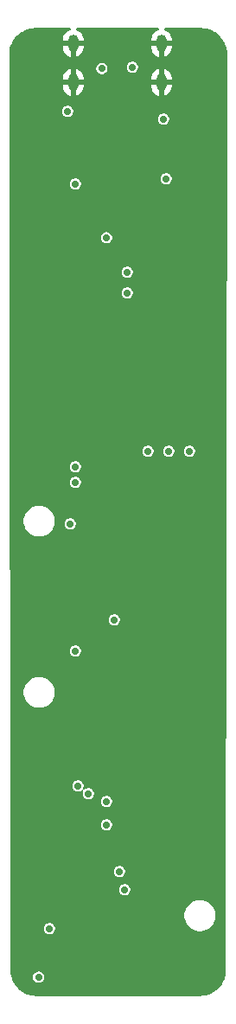
<source format=gbr>
%TF.GenerationSoftware,KiCad,Pcbnew,9.0.3*%
%TF.CreationDate,2025-09-26T00:40:55-04:00*%
%TF.ProjectId,Photon,50686f74-6f6e-42e6-9b69-6361645f7063,1.3*%
%TF.SameCoordinates,Original*%
%TF.FileFunction,Copper,L2,Inr*%
%TF.FilePolarity,Positive*%
%FSLAX46Y46*%
G04 Gerber Fmt 4.6, Leading zero omitted, Abs format (unit mm)*
G04 Created by KiCad (PCBNEW 9.0.3) date 2025-09-26 00:40:55*
%MOMM*%
%LPD*%
G01*
G04 APERTURE LIST*
%TA.AperFunction,HeatsinkPad*%
%ADD10O,1.000000X1.700000*%
%TD*%
%TA.AperFunction,ViaPad*%
%ADD11C,0.700000*%
%TD*%
G04 APERTURE END LIST*
D10*
%TO.N,GND*%
%TO.C,J1*%
X57198800Y-25860000D03*
X57198800Y-22060000D03*
X48558800Y-25860000D03*
X48558800Y-22060000D03*
%TD*%
D11*
%TO.N,GND*%
X46736000Y-81534000D03*
X55626000Y-24526000D03*
X52324000Y-67056000D03*
X61976000Y-56642000D03*
X43434000Y-23114000D03*
X59182000Y-29464000D03*
X56896000Y-74676000D03*
X57658000Y-32004000D03*
X50128800Y-24526000D03*
X43434000Y-24892000D03*
X54864000Y-70104000D03*
X59436000Y-87376000D03*
X52578000Y-64770000D03*
X55372000Y-42863000D03*
X60960000Y-81026000D03*
X57057000Y-112268000D03*
X44196000Y-55880000D03*
X50292000Y-81534000D03*
X46228000Y-55880000D03*
X59944000Y-103886000D03*
X59182000Y-32004000D03*
X43942000Y-64770000D03*
X45466000Y-28956000D03*
%TO.N,PACK+*%
X48006000Y-28702000D03*
X57658000Y-35306000D03*
X50038000Y-95504000D03*
X48768000Y-63500000D03*
%TO.N,+3V3*%
X55880000Y-61976000D03*
X48768000Y-65024000D03*
X57912000Y-61976000D03*
X53848000Y-46482000D03*
X59944000Y-61976000D03*
X48260000Y-69088000D03*
X45149000Y-113475000D03*
X51816000Y-96266000D03*
X51816000Y-98552000D03*
X52578000Y-78486000D03*
X53848000Y-44450000D03*
X48768000Y-81534000D03*
%TO.N,5V*%
X48768000Y-35814000D03*
X51358800Y-24526000D03*
X54356000Y-24384000D03*
X57404000Y-29464000D03*
X51816000Y-41085000D03*
%TO.N,/BAT_SAF_OUT*%
X46228000Y-108712000D03*
%TO.N,/VM*%
X53086000Y-103124000D03*
X53594000Y-104902000D03*
%TO.N,/Bat+*%
X49022000Y-94742000D03*
%TD*%
%TA.AperFunction,Conductor*%
%TO.N,GND*%
G36*
X48266809Y-20585408D02*
G01*
X48302773Y-20634908D01*
X48302773Y-20696094D01*
X48266809Y-20745594D01*
X48246503Y-20756965D01*
X48085126Y-20823808D01*
X48085114Y-20823814D01*
X47921337Y-20933249D01*
X47921333Y-20933252D01*
X47782052Y-21072533D01*
X47782049Y-21072537D01*
X47672614Y-21236314D01*
X47672608Y-21236326D01*
X47597229Y-21418309D01*
X47597229Y-21418311D01*
X47558800Y-21611506D01*
X47558800Y-21809999D01*
X47558801Y-21810000D01*
X48308800Y-21810000D01*
X48308800Y-22310001D01*
X48308799Y-22310000D01*
X47558801Y-22310000D01*
X47558800Y-22310001D01*
X47558800Y-22508493D01*
X47597229Y-22701688D01*
X47597229Y-22701690D01*
X47672608Y-22883673D01*
X47672614Y-22883685D01*
X47782049Y-23047462D01*
X47782052Y-23047466D01*
X47921333Y-23186747D01*
X47921337Y-23186750D01*
X48085114Y-23296185D01*
X48085126Y-23296191D01*
X48267104Y-23371568D01*
X48267115Y-23371571D01*
X48308800Y-23379862D01*
X48308800Y-22459728D01*
X48346860Y-22551614D01*
X48417186Y-22621940D01*
X48509072Y-22660000D01*
X48608528Y-22660000D01*
X48700414Y-22621940D01*
X48770740Y-22551614D01*
X48808800Y-22459728D01*
X48808800Y-23379861D01*
X48850484Y-23371571D01*
X48850495Y-23371568D01*
X49032473Y-23296191D01*
X49032485Y-23296185D01*
X49196262Y-23186750D01*
X49196266Y-23186747D01*
X49335547Y-23047466D01*
X49335550Y-23047462D01*
X49444985Y-22883685D01*
X49444991Y-22883673D01*
X49520370Y-22701690D01*
X49520370Y-22701688D01*
X49558799Y-22508493D01*
X49558800Y-22508490D01*
X49558800Y-22310001D01*
X49558799Y-22310000D01*
X48808801Y-22310000D01*
X48808800Y-22310001D01*
X48808800Y-21810000D01*
X49558799Y-21810000D01*
X49558800Y-21809999D01*
X49558800Y-21611509D01*
X49558799Y-21611506D01*
X49520370Y-21418311D01*
X49520370Y-21418309D01*
X49444991Y-21236326D01*
X49444985Y-21236314D01*
X49335550Y-21072537D01*
X49335547Y-21072533D01*
X49196266Y-20933252D01*
X49196262Y-20933249D01*
X49032485Y-20823814D01*
X49032473Y-20823808D01*
X48871097Y-20756965D01*
X48824571Y-20717229D01*
X48810287Y-20657734D01*
X48833702Y-20601206D01*
X48885871Y-20569236D01*
X48908982Y-20566501D01*
X56848618Y-20566501D01*
X56906809Y-20585408D01*
X56942773Y-20634908D01*
X56942773Y-20696094D01*
X56906809Y-20745594D01*
X56886503Y-20756965D01*
X56725126Y-20823808D01*
X56725114Y-20823814D01*
X56561337Y-20933249D01*
X56561333Y-20933252D01*
X56422052Y-21072533D01*
X56422049Y-21072537D01*
X56312614Y-21236314D01*
X56312608Y-21236326D01*
X56237229Y-21418309D01*
X56237229Y-21418311D01*
X56198800Y-21611506D01*
X56198800Y-21809999D01*
X56198801Y-21810000D01*
X56948800Y-21810000D01*
X56948800Y-22310001D01*
X56948799Y-22310000D01*
X56198801Y-22310000D01*
X56198800Y-22310001D01*
X56198800Y-22508493D01*
X56237229Y-22701688D01*
X56237229Y-22701690D01*
X56312608Y-22883673D01*
X56312614Y-22883685D01*
X56422049Y-23047462D01*
X56422052Y-23047466D01*
X56561333Y-23186747D01*
X56561337Y-23186750D01*
X56725114Y-23296185D01*
X56725126Y-23296191D01*
X56907104Y-23371568D01*
X56907115Y-23371571D01*
X56948800Y-23379862D01*
X56948800Y-22459728D01*
X56986860Y-22551614D01*
X57057186Y-22621940D01*
X57149072Y-22660000D01*
X57248528Y-22660000D01*
X57340414Y-22621940D01*
X57410740Y-22551614D01*
X57448800Y-22459728D01*
X57448800Y-23379861D01*
X57490484Y-23371571D01*
X57490495Y-23371568D01*
X57672473Y-23296191D01*
X57672485Y-23296185D01*
X57836262Y-23186750D01*
X57836266Y-23186747D01*
X57975547Y-23047466D01*
X57975550Y-23047462D01*
X58084985Y-22883685D01*
X58084991Y-22883673D01*
X58160370Y-22701690D01*
X58160370Y-22701688D01*
X58198799Y-22508493D01*
X58198800Y-22508490D01*
X58198800Y-22310001D01*
X58198799Y-22310000D01*
X57448801Y-22310000D01*
X57448800Y-22310001D01*
X57448800Y-21810000D01*
X58198799Y-21810000D01*
X58198800Y-21809999D01*
X58198800Y-21611509D01*
X58198799Y-21611506D01*
X58160370Y-21418311D01*
X58160370Y-21418309D01*
X58084991Y-21236326D01*
X58084985Y-21236314D01*
X57975550Y-21072537D01*
X57975547Y-21072533D01*
X57836266Y-20933252D01*
X57836262Y-20933249D01*
X57672485Y-20823814D01*
X57672473Y-20823808D01*
X57511097Y-20756965D01*
X57464571Y-20717229D01*
X57450287Y-20657734D01*
X57473702Y-20601206D01*
X57525871Y-20569236D01*
X57548982Y-20566501D01*
X61087975Y-20566501D01*
X61093527Y-20566657D01*
X61370408Y-20582210D01*
X61381439Y-20583453D01*
X61652120Y-20629446D01*
X61662928Y-20631912D01*
X61926786Y-20707932D01*
X61937235Y-20711588D01*
X62190905Y-20816665D01*
X62200899Y-20821478D01*
X62441146Y-20954260D01*
X62441206Y-20954293D01*
X62450603Y-20960198D01*
X62674524Y-21119081D01*
X62683195Y-21125996D01*
X62887928Y-21308959D01*
X62895762Y-21316793D01*
X62986481Y-21418309D01*
X63078719Y-21521525D01*
X63085641Y-21530205D01*
X63244520Y-21754126D01*
X63250426Y-21763526D01*
X63383233Y-22003824D01*
X63388050Y-22013827D01*
X63493115Y-22267480D01*
X63496782Y-22277958D01*
X63549149Y-22459728D01*
X63563197Y-22508490D01*
X63572792Y-22541793D01*
X63575262Y-22552617D01*
X63621250Y-22823291D01*
X63622493Y-22834323D01*
X63638039Y-23111148D01*
X63638195Y-23116843D01*
X63507604Y-112703004D01*
X63507604Y-112703006D01*
X63507594Y-112709754D01*
X63507500Y-112710108D01*
X63507500Y-112773355D01*
X63507495Y-112773368D01*
X63507344Y-112778760D01*
X63491793Y-113055679D01*
X63490550Y-113066711D01*
X63444561Y-113337386D01*
X63442091Y-113348210D01*
X63366081Y-113612045D01*
X63362414Y-113622524D01*
X63257344Y-113876184D01*
X63252527Y-113886186D01*
X63119719Y-114126485D01*
X63113812Y-114135886D01*
X62954933Y-114359804D01*
X62948012Y-114368483D01*
X62765060Y-114573209D01*
X62757209Y-114581060D01*
X62552483Y-114764012D01*
X62543804Y-114770933D01*
X62319886Y-114929812D01*
X62310485Y-114935719D01*
X62070186Y-115068527D01*
X62060184Y-115073344D01*
X61806524Y-115178414D01*
X61796045Y-115182081D01*
X61532210Y-115258091D01*
X61521386Y-115260561D01*
X61250711Y-115306550D01*
X61239679Y-115307793D01*
X60962778Y-115323344D01*
X60957227Y-115323500D01*
X44960773Y-115323500D01*
X44955222Y-115323344D01*
X44678320Y-115307793D01*
X44667288Y-115306550D01*
X44396613Y-115260561D01*
X44385789Y-115258091D01*
X44121954Y-115182081D01*
X44111475Y-115178414D01*
X43857815Y-115073344D01*
X43847813Y-115068527D01*
X43607514Y-114935719D01*
X43598113Y-114929812D01*
X43374195Y-114770933D01*
X43365516Y-114764012D01*
X43270270Y-114678896D01*
X43160782Y-114581052D01*
X43152947Y-114573217D01*
X43042381Y-114449493D01*
X42969987Y-114368483D01*
X42963066Y-114359804D01*
X42804187Y-114135886D01*
X42798280Y-114126485D01*
X42665472Y-113886186D01*
X42660655Y-113876184D01*
X42555585Y-113622524D01*
X42551918Y-113612045D01*
X42491556Y-113402525D01*
X44598500Y-113402525D01*
X44598500Y-113547474D01*
X44636017Y-113687489D01*
X44708487Y-113813010D01*
X44708489Y-113813012D01*
X44708491Y-113813015D01*
X44810985Y-113915509D01*
X44810987Y-113915510D01*
X44810989Y-113915512D01*
X44936511Y-113987982D01*
X44936512Y-113987982D01*
X44936515Y-113987984D01*
X45076525Y-114025500D01*
X45076526Y-114025500D01*
X45221474Y-114025500D01*
X45221475Y-114025500D01*
X45361485Y-113987984D01*
X45361487Y-113987982D01*
X45361489Y-113987982D01*
X45487010Y-113915512D01*
X45487010Y-113915511D01*
X45487015Y-113915509D01*
X45589509Y-113813015D01*
X45661984Y-113687485D01*
X45699500Y-113547475D01*
X45699500Y-113402525D01*
X45661984Y-113262515D01*
X45661982Y-113262512D01*
X45661982Y-113262510D01*
X45589512Y-113136989D01*
X45589510Y-113136987D01*
X45589509Y-113136985D01*
X45487015Y-113034491D01*
X45487012Y-113034489D01*
X45487010Y-113034487D01*
X45361488Y-112962017D01*
X45361489Y-112962017D01*
X45331896Y-112954087D01*
X45221475Y-112924500D01*
X45076525Y-112924500D01*
X45014790Y-112941041D01*
X44936510Y-112962017D01*
X44810989Y-113034487D01*
X44708487Y-113136989D01*
X44636017Y-113262510D01*
X44598500Y-113402525D01*
X42491556Y-113402525D01*
X42475905Y-113348199D01*
X42473441Y-113337401D01*
X42427448Y-113066706D01*
X42426206Y-113055679D01*
X42410656Y-112778778D01*
X42410500Y-112773376D01*
X42410500Y-112773355D01*
X42410500Y-112710108D01*
X42410404Y-112709751D01*
X42408949Y-111712544D01*
X42404469Y-108639525D01*
X45677500Y-108639525D01*
X45677500Y-108784474D01*
X45715017Y-108924489D01*
X45787487Y-109050010D01*
X45787489Y-109050012D01*
X45787491Y-109050015D01*
X45889985Y-109152509D01*
X45889987Y-109152510D01*
X45889989Y-109152512D01*
X46015511Y-109224982D01*
X46015512Y-109224982D01*
X46015515Y-109224984D01*
X46155525Y-109262500D01*
X46155526Y-109262500D01*
X46300474Y-109262500D01*
X46300475Y-109262500D01*
X46440485Y-109224984D01*
X46440487Y-109224982D01*
X46440489Y-109224982D01*
X46566010Y-109152512D01*
X46566010Y-109152511D01*
X46566015Y-109152509D01*
X46668509Y-109050015D01*
X46739804Y-108926529D01*
X46740982Y-108924489D01*
X46740982Y-108924487D01*
X46740984Y-108924485D01*
X46778500Y-108784475D01*
X46778500Y-108639525D01*
X46740984Y-108499515D01*
X46740982Y-108499512D01*
X46740982Y-108499510D01*
X46668512Y-108373989D01*
X46668510Y-108373987D01*
X46668509Y-108373985D01*
X46566015Y-108271491D01*
X46566012Y-108271489D01*
X46566010Y-108271487D01*
X46440488Y-108199017D01*
X46440489Y-108199017D01*
X46410896Y-108191087D01*
X46300475Y-108161500D01*
X46155525Y-108161500D01*
X46093790Y-108178041D01*
X46015510Y-108199017D01*
X45889989Y-108271487D01*
X45787487Y-108373989D01*
X45715017Y-108499510D01*
X45677500Y-108639525D01*
X42404469Y-108639525D01*
X42404460Y-108633180D01*
X42402548Y-107322212D01*
X59437995Y-107322212D01*
X59437995Y-107561787D01*
X59475470Y-107798399D01*
X59475472Y-107798404D01*
X59549503Y-108026247D01*
X59658265Y-108239704D01*
X59799080Y-108433519D01*
X59968481Y-108602920D01*
X60162296Y-108743735D01*
X60375753Y-108852497D01*
X60603596Y-108926528D01*
X60603597Y-108926528D01*
X60603600Y-108926529D01*
X60840213Y-108964005D01*
X60840216Y-108964005D01*
X61079787Y-108964005D01*
X61316399Y-108926529D01*
X61316400Y-108926528D01*
X61316404Y-108926528D01*
X61544247Y-108852497D01*
X61757704Y-108743735D01*
X61951519Y-108602920D01*
X62120920Y-108433519D01*
X62261735Y-108239704D01*
X62370497Y-108026247D01*
X62444528Y-107798404D01*
X62444529Y-107798399D01*
X62482005Y-107561787D01*
X62482005Y-107322212D01*
X62444529Y-107085600D01*
X62426028Y-107028659D01*
X62370497Y-106857753D01*
X62261735Y-106644296D01*
X62120920Y-106450481D01*
X61951519Y-106281080D01*
X61757704Y-106140265D01*
X61757703Y-106140264D01*
X61757701Y-106140263D01*
X61544247Y-106031503D01*
X61316399Y-105957470D01*
X61079787Y-105919995D01*
X61079784Y-105919995D01*
X60840216Y-105919995D01*
X60840213Y-105919995D01*
X60603600Y-105957470D01*
X60375752Y-106031503D01*
X60162298Y-106140263D01*
X59968482Y-106281079D01*
X59799079Y-106450482D01*
X59658263Y-106644298D01*
X59549503Y-106857752D01*
X59475470Y-107085600D01*
X59437995Y-107322212D01*
X42402548Y-107322212D01*
X42402543Y-107318470D01*
X42399767Y-105414982D01*
X42398913Y-104829525D01*
X53043500Y-104829525D01*
X53043500Y-104974474D01*
X53081017Y-105114489D01*
X53153487Y-105240010D01*
X53153489Y-105240012D01*
X53153491Y-105240015D01*
X53255985Y-105342509D01*
X53255987Y-105342510D01*
X53255989Y-105342512D01*
X53381511Y-105414982D01*
X53381512Y-105414982D01*
X53381515Y-105414984D01*
X53521525Y-105452500D01*
X53521526Y-105452500D01*
X53666474Y-105452500D01*
X53666475Y-105452500D01*
X53806485Y-105414984D01*
X53806487Y-105414982D01*
X53806489Y-105414982D01*
X53932010Y-105342512D01*
X53932010Y-105342511D01*
X53932015Y-105342509D01*
X54034509Y-105240015D01*
X54106984Y-105114485D01*
X54144500Y-104974475D01*
X54144500Y-104829525D01*
X54106984Y-104689515D01*
X54106982Y-104689512D01*
X54106982Y-104689510D01*
X54034512Y-104563989D01*
X54034510Y-104563987D01*
X54034509Y-104563985D01*
X53932015Y-104461491D01*
X53932012Y-104461489D01*
X53932010Y-104461487D01*
X53806488Y-104389017D01*
X53806489Y-104389017D01*
X53776896Y-104381087D01*
X53666475Y-104351500D01*
X53521525Y-104351500D01*
X53459790Y-104368041D01*
X53381510Y-104389017D01*
X53255989Y-104461487D01*
X53153487Y-104563989D01*
X53081017Y-104689510D01*
X53043500Y-104829525D01*
X42398913Y-104829525D01*
X42396321Y-103051525D01*
X52535500Y-103051525D01*
X52535500Y-103196474D01*
X52573017Y-103336489D01*
X52645487Y-103462010D01*
X52645489Y-103462012D01*
X52645491Y-103462015D01*
X52747985Y-103564509D01*
X52747987Y-103564510D01*
X52747989Y-103564512D01*
X52873511Y-103636982D01*
X52873512Y-103636982D01*
X52873515Y-103636984D01*
X53013525Y-103674500D01*
X53013526Y-103674500D01*
X53158474Y-103674500D01*
X53158475Y-103674500D01*
X53298485Y-103636984D01*
X53298487Y-103636982D01*
X53298489Y-103636982D01*
X53424010Y-103564512D01*
X53424010Y-103564511D01*
X53424015Y-103564509D01*
X53526509Y-103462015D01*
X53598984Y-103336485D01*
X53636500Y-103196475D01*
X53636500Y-103051525D01*
X53598984Y-102911515D01*
X53598982Y-102911512D01*
X53598982Y-102911510D01*
X53526512Y-102785989D01*
X53526510Y-102785987D01*
X53526509Y-102785985D01*
X53424015Y-102683491D01*
X53424012Y-102683489D01*
X53424010Y-102683487D01*
X53298488Y-102611017D01*
X53298489Y-102611017D01*
X53268896Y-102603087D01*
X53158475Y-102573500D01*
X53013525Y-102573500D01*
X52951790Y-102590041D01*
X52873510Y-102611017D01*
X52747989Y-102683487D01*
X52645487Y-102785989D01*
X52573017Y-102911510D01*
X52535500Y-103051525D01*
X42396321Y-103051525D01*
X42389654Y-98479525D01*
X51265500Y-98479525D01*
X51265500Y-98624474D01*
X51303017Y-98764489D01*
X51375487Y-98890010D01*
X51375489Y-98890012D01*
X51375491Y-98890015D01*
X51477985Y-98992509D01*
X51477987Y-98992510D01*
X51477989Y-98992512D01*
X51603511Y-99064982D01*
X51603512Y-99064982D01*
X51603515Y-99064984D01*
X51743525Y-99102500D01*
X51743526Y-99102500D01*
X51888474Y-99102500D01*
X51888475Y-99102500D01*
X52028485Y-99064984D01*
X52028487Y-99064982D01*
X52028489Y-99064982D01*
X52154010Y-98992512D01*
X52154010Y-98992511D01*
X52154015Y-98992509D01*
X52256509Y-98890015D01*
X52328984Y-98764485D01*
X52366500Y-98624475D01*
X52366500Y-98479525D01*
X52328984Y-98339515D01*
X52328982Y-98339512D01*
X52328982Y-98339510D01*
X52256512Y-98213989D01*
X52256510Y-98213987D01*
X52256509Y-98213985D01*
X52154015Y-98111491D01*
X52154012Y-98111489D01*
X52154010Y-98111487D01*
X52028488Y-98039017D01*
X52028489Y-98039017D01*
X51998896Y-98031087D01*
X51888475Y-98001500D01*
X51743525Y-98001500D01*
X51681790Y-98018041D01*
X51603510Y-98039017D01*
X51477989Y-98111487D01*
X51375487Y-98213989D01*
X51303017Y-98339510D01*
X51265500Y-98479525D01*
X42389654Y-98479525D01*
X42386321Y-96193525D01*
X51265500Y-96193525D01*
X51265500Y-96338474D01*
X51303017Y-96478489D01*
X51375487Y-96604010D01*
X51375489Y-96604012D01*
X51375491Y-96604015D01*
X51477985Y-96706509D01*
X51477987Y-96706510D01*
X51477989Y-96706512D01*
X51603511Y-96778982D01*
X51603512Y-96778982D01*
X51603515Y-96778984D01*
X51743525Y-96816500D01*
X51743526Y-96816500D01*
X51888474Y-96816500D01*
X51888475Y-96816500D01*
X52028485Y-96778984D01*
X52028487Y-96778982D01*
X52028489Y-96778982D01*
X52154010Y-96706512D01*
X52154010Y-96706511D01*
X52154015Y-96706509D01*
X52256509Y-96604015D01*
X52328984Y-96478485D01*
X52366500Y-96338475D01*
X52366500Y-96193525D01*
X52328984Y-96053515D01*
X52328982Y-96053512D01*
X52328982Y-96053510D01*
X52256512Y-95927989D01*
X52256510Y-95927987D01*
X52256509Y-95927985D01*
X52154015Y-95825491D01*
X52154012Y-95825489D01*
X52154010Y-95825487D01*
X52028488Y-95753017D01*
X52028489Y-95753017D01*
X51998896Y-95745087D01*
X51888475Y-95715500D01*
X51743525Y-95715500D01*
X51681790Y-95732041D01*
X51603510Y-95753017D01*
X51477989Y-95825487D01*
X51375487Y-95927989D01*
X51303017Y-96053510D01*
X51265500Y-96193525D01*
X42386321Y-96193525D01*
X42384099Y-94669525D01*
X48471500Y-94669525D01*
X48471500Y-94814474D01*
X48509017Y-94954489D01*
X48581487Y-95080010D01*
X48581489Y-95080012D01*
X48581491Y-95080015D01*
X48683985Y-95182509D01*
X48683987Y-95182510D01*
X48683989Y-95182512D01*
X48809511Y-95254982D01*
X48809512Y-95254982D01*
X48809515Y-95254984D01*
X48949525Y-95292500D01*
X48949526Y-95292500D01*
X49094474Y-95292500D01*
X49094475Y-95292500D01*
X49234485Y-95254984D01*
X49234487Y-95254982D01*
X49234489Y-95254982D01*
X49360010Y-95182512D01*
X49360010Y-95182511D01*
X49360015Y-95182509D01*
X49367585Y-95174938D01*
X49422098Y-95147160D01*
X49482530Y-95156730D01*
X49525797Y-95199992D01*
X49535371Y-95260424D01*
X49526618Y-95285151D01*
X49527500Y-95285517D01*
X49525017Y-95291510D01*
X49487500Y-95431525D01*
X49487500Y-95576474D01*
X49525017Y-95716489D01*
X49597487Y-95842010D01*
X49597489Y-95842012D01*
X49597491Y-95842015D01*
X49699985Y-95944509D01*
X49699987Y-95944510D01*
X49699989Y-95944512D01*
X49825511Y-96016982D01*
X49825512Y-96016982D01*
X49825515Y-96016984D01*
X49965525Y-96054500D01*
X49965526Y-96054500D01*
X50110474Y-96054500D01*
X50110475Y-96054500D01*
X50250485Y-96016984D01*
X50250487Y-96016982D01*
X50250489Y-96016982D01*
X50376010Y-95944512D01*
X50376010Y-95944511D01*
X50376015Y-95944509D01*
X50478509Y-95842015D01*
X50488049Y-95825491D01*
X50550982Y-95716489D01*
X50550982Y-95716487D01*
X50550984Y-95716485D01*
X50588500Y-95576475D01*
X50588500Y-95431525D01*
X50550984Y-95291515D01*
X50550982Y-95291512D01*
X50550982Y-95291510D01*
X50478512Y-95165989D01*
X50478510Y-95165987D01*
X50478509Y-95165985D01*
X50376015Y-95063491D01*
X50376012Y-95063489D01*
X50376010Y-95063487D01*
X50250488Y-94991017D01*
X50250489Y-94991017D01*
X50220896Y-94983087D01*
X50110475Y-94953500D01*
X49965525Y-94953500D01*
X49903790Y-94970041D01*
X49825510Y-94991017D01*
X49699989Y-95063487D01*
X49699982Y-95063492D01*
X49692411Y-95071064D01*
X49637893Y-95098840D01*
X49577461Y-95089266D01*
X49534199Y-95045999D01*
X49524629Y-94985567D01*
X49533385Y-94960849D01*
X49532500Y-94960483D01*
X49534982Y-94954489D01*
X49534982Y-94954487D01*
X49534984Y-94954485D01*
X49572500Y-94814475D01*
X49572500Y-94669525D01*
X49534984Y-94529515D01*
X49534982Y-94529512D01*
X49534982Y-94529510D01*
X49462512Y-94403989D01*
X49462510Y-94403987D01*
X49462509Y-94403985D01*
X49360015Y-94301491D01*
X49360012Y-94301489D01*
X49360010Y-94301487D01*
X49234488Y-94229017D01*
X49234489Y-94229017D01*
X49204896Y-94221087D01*
X49094475Y-94191500D01*
X48949525Y-94191500D01*
X48887790Y-94208041D01*
X48809510Y-94229017D01*
X48683989Y-94301487D01*
X48581487Y-94403989D01*
X48509017Y-94529510D01*
X48471500Y-94669525D01*
X42384099Y-94669525D01*
X42370697Y-85478645D01*
X43695500Y-85478645D01*
X43695500Y-85717354D01*
X43732840Y-85953110D01*
X43732842Y-85953115D01*
X43806605Y-86180134D01*
X43914973Y-86392819D01*
X44055279Y-86585933D01*
X44224067Y-86754721D01*
X44417181Y-86895027D01*
X44629866Y-87003395D01*
X44856885Y-87077158D01*
X44856886Y-87077158D01*
X44856889Y-87077159D01*
X45092646Y-87114500D01*
X45092649Y-87114500D01*
X45331354Y-87114500D01*
X45567110Y-87077159D01*
X45567111Y-87077158D01*
X45567115Y-87077158D01*
X45794134Y-87003395D01*
X46006819Y-86895027D01*
X46199933Y-86754721D01*
X46368721Y-86585933D01*
X46509027Y-86392819D01*
X46617395Y-86180134D01*
X46691158Y-85953115D01*
X46697699Y-85911817D01*
X46728500Y-85717354D01*
X46728500Y-85478645D01*
X46691159Y-85242889D01*
X46673658Y-85189026D01*
X46617395Y-85015866D01*
X46509027Y-84803181D01*
X46368721Y-84610067D01*
X46199933Y-84441279D01*
X46006819Y-84300973D01*
X46006818Y-84300972D01*
X46006816Y-84300971D01*
X45794134Y-84192605D01*
X45567110Y-84118840D01*
X45331354Y-84081500D01*
X45331351Y-84081500D01*
X45092649Y-84081500D01*
X45092646Y-84081500D01*
X44856889Y-84118840D01*
X44629865Y-84192605D01*
X44417183Y-84300971D01*
X44224068Y-84441278D01*
X44055278Y-84610068D01*
X43914971Y-84803183D01*
X43806605Y-85015865D01*
X43732840Y-85242889D01*
X43695500Y-85478645D01*
X42370697Y-85478645D01*
X42364839Y-81461525D01*
X48217500Y-81461525D01*
X48217500Y-81606474D01*
X48255017Y-81746489D01*
X48327487Y-81872010D01*
X48327489Y-81872012D01*
X48327491Y-81872015D01*
X48429985Y-81974509D01*
X48429987Y-81974510D01*
X48429989Y-81974512D01*
X48555511Y-82046982D01*
X48555512Y-82046982D01*
X48555515Y-82046984D01*
X48695525Y-82084500D01*
X48695526Y-82084500D01*
X48840474Y-82084500D01*
X48840475Y-82084500D01*
X48980485Y-82046984D01*
X48980487Y-82046982D01*
X48980489Y-82046982D01*
X49106010Y-81974512D01*
X49106010Y-81974511D01*
X49106015Y-81974509D01*
X49208509Y-81872015D01*
X49280984Y-81746485D01*
X49318500Y-81606475D01*
X49318500Y-81461525D01*
X49280984Y-81321515D01*
X49280982Y-81321512D01*
X49280982Y-81321510D01*
X49208512Y-81195989D01*
X49208510Y-81195987D01*
X49208509Y-81195985D01*
X49106015Y-81093491D01*
X49106012Y-81093489D01*
X49106010Y-81093487D01*
X48980488Y-81021017D01*
X48980489Y-81021017D01*
X48950896Y-81013087D01*
X48840475Y-80983500D01*
X48695525Y-80983500D01*
X48633790Y-81000041D01*
X48555510Y-81021017D01*
X48429989Y-81093487D01*
X48327487Y-81195989D01*
X48255017Y-81321510D01*
X48217500Y-81461525D01*
X42364839Y-81461525D01*
X42360395Y-78413525D01*
X52027500Y-78413525D01*
X52027500Y-78558474D01*
X52065017Y-78698489D01*
X52137487Y-78824010D01*
X52137489Y-78824012D01*
X52137491Y-78824015D01*
X52239985Y-78926509D01*
X52239987Y-78926510D01*
X52239989Y-78926512D01*
X52365511Y-78998982D01*
X52365512Y-78998982D01*
X52365515Y-78998984D01*
X52505525Y-79036500D01*
X52505526Y-79036500D01*
X52650474Y-79036500D01*
X52650475Y-79036500D01*
X52790485Y-78998984D01*
X52790487Y-78998982D01*
X52790489Y-78998982D01*
X52916010Y-78926512D01*
X52916010Y-78926511D01*
X52916015Y-78926509D01*
X53018509Y-78824015D01*
X53090984Y-78698485D01*
X53128500Y-78558475D01*
X53128500Y-78413525D01*
X53090984Y-78273515D01*
X53090982Y-78273512D01*
X53090982Y-78273510D01*
X53018512Y-78147989D01*
X53018510Y-78147987D01*
X53018509Y-78147985D01*
X52916015Y-78045491D01*
X52916012Y-78045489D01*
X52916010Y-78045487D01*
X52790488Y-77973017D01*
X52790489Y-77973017D01*
X52760896Y-77965087D01*
X52650475Y-77935500D01*
X52505525Y-77935500D01*
X52443790Y-77952041D01*
X52365510Y-77973017D01*
X52239989Y-78045487D01*
X52137487Y-78147989D01*
X52065017Y-78273510D01*
X52027500Y-78413525D01*
X42360395Y-78413525D01*
X42346252Y-68714645D01*
X43695500Y-68714645D01*
X43695500Y-68953354D01*
X43732840Y-69189110D01*
X43806605Y-69416134D01*
X43863862Y-69528509D01*
X43914973Y-69628819D01*
X44055279Y-69821933D01*
X44224067Y-69990721D01*
X44417181Y-70131027D01*
X44629866Y-70239395D01*
X44856885Y-70313158D01*
X44856886Y-70313158D01*
X44856889Y-70313159D01*
X45092646Y-70350500D01*
X45092649Y-70350500D01*
X45331354Y-70350500D01*
X45567110Y-70313159D01*
X45567111Y-70313158D01*
X45567115Y-70313158D01*
X45794134Y-70239395D01*
X46006819Y-70131027D01*
X46199933Y-69990721D01*
X46368721Y-69821933D01*
X46509027Y-69628819D01*
X46617395Y-69416134D01*
X46691158Y-69189115D01*
X46691159Y-69189110D01*
X46718653Y-69015525D01*
X47709500Y-69015525D01*
X47709500Y-69160474D01*
X47747017Y-69300489D01*
X47819487Y-69426010D01*
X47819489Y-69426012D01*
X47819491Y-69426015D01*
X47921985Y-69528509D01*
X47921987Y-69528510D01*
X47921989Y-69528512D01*
X48047511Y-69600982D01*
X48047512Y-69600982D01*
X48047515Y-69600984D01*
X48187525Y-69638500D01*
X48187526Y-69638500D01*
X48332474Y-69638500D01*
X48332475Y-69638500D01*
X48472485Y-69600984D01*
X48472487Y-69600982D01*
X48472489Y-69600982D01*
X48598010Y-69528512D01*
X48598010Y-69528511D01*
X48598015Y-69528509D01*
X48700509Y-69426015D01*
X48747231Y-69345090D01*
X48772982Y-69300489D01*
X48772982Y-69300487D01*
X48772984Y-69300485D01*
X48810500Y-69160475D01*
X48810500Y-69015525D01*
X48772984Y-68875515D01*
X48772982Y-68875512D01*
X48772982Y-68875510D01*
X48700512Y-68749989D01*
X48700510Y-68749987D01*
X48700509Y-68749985D01*
X48598015Y-68647491D01*
X48598012Y-68647489D01*
X48598010Y-68647487D01*
X48472488Y-68575017D01*
X48472489Y-68575017D01*
X48442896Y-68567087D01*
X48332475Y-68537500D01*
X48187525Y-68537500D01*
X48125790Y-68554041D01*
X48047510Y-68575017D01*
X47921989Y-68647487D01*
X47819487Y-68749989D01*
X47747017Y-68875510D01*
X47709500Y-69015525D01*
X46718653Y-69015525D01*
X46722134Y-68993549D01*
X46722134Y-68993548D01*
X46728500Y-68953355D01*
X46728500Y-68714645D01*
X46691159Y-68478889D01*
X46673658Y-68425026D01*
X46617395Y-68251866D01*
X46509027Y-68039181D01*
X46368721Y-67846067D01*
X46199933Y-67677279D01*
X46006819Y-67536973D01*
X46006818Y-67536972D01*
X46006816Y-67536971D01*
X45794134Y-67428605D01*
X45567110Y-67354840D01*
X45331354Y-67317500D01*
X45331351Y-67317500D01*
X45092649Y-67317500D01*
X45092646Y-67317500D01*
X44856889Y-67354840D01*
X44629865Y-67428605D01*
X44417183Y-67536971D01*
X44224068Y-67677278D01*
X44055278Y-67846068D01*
X43914971Y-68039183D01*
X43806605Y-68251865D01*
X43732840Y-68478889D01*
X43695500Y-68714645D01*
X42346252Y-68714645D01*
X42340765Y-64951525D01*
X48217500Y-64951525D01*
X48217500Y-65096474D01*
X48255017Y-65236489D01*
X48327487Y-65362010D01*
X48327489Y-65362012D01*
X48327491Y-65362015D01*
X48429985Y-65464509D01*
X48429987Y-65464510D01*
X48429989Y-65464512D01*
X48555511Y-65536982D01*
X48555512Y-65536982D01*
X48555515Y-65536984D01*
X48695525Y-65574500D01*
X48695526Y-65574500D01*
X48840474Y-65574500D01*
X48840475Y-65574500D01*
X48980485Y-65536984D01*
X48980487Y-65536982D01*
X48980489Y-65536982D01*
X49106010Y-65464512D01*
X49106010Y-65464511D01*
X49106015Y-65464509D01*
X49208509Y-65362015D01*
X49280984Y-65236485D01*
X49318500Y-65096475D01*
X49318500Y-64951525D01*
X49280984Y-64811515D01*
X49280982Y-64811512D01*
X49280982Y-64811510D01*
X49208512Y-64685989D01*
X49208510Y-64685987D01*
X49208509Y-64685985D01*
X49106015Y-64583491D01*
X49106012Y-64583489D01*
X49106010Y-64583487D01*
X48980488Y-64511017D01*
X48980489Y-64511017D01*
X48950896Y-64503087D01*
X48840475Y-64473500D01*
X48695525Y-64473500D01*
X48633790Y-64490041D01*
X48555510Y-64511017D01*
X48429989Y-64583487D01*
X48327487Y-64685989D01*
X48255017Y-64811510D01*
X48217500Y-64951525D01*
X42340765Y-64951525D01*
X42338543Y-63427525D01*
X48217500Y-63427525D01*
X48217500Y-63572474D01*
X48255017Y-63712489D01*
X48327487Y-63838010D01*
X48327489Y-63838012D01*
X48327491Y-63838015D01*
X48429985Y-63940509D01*
X48429987Y-63940510D01*
X48429989Y-63940512D01*
X48555511Y-64012982D01*
X48555512Y-64012982D01*
X48555515Y-64012984D01*
X48695525Y-64050500D01*
X48695526Y-64050500D01*
X48840474Y-64050500D01*
X48840475Y-64050500D01*
X48980485Y-64012984D01*
X48980487Y-64012982D01*
X48980489Y-64012982D01*
X49106010Y-63940512D01*
X49106010Y-63940511D01*
X49106015Y-63940509D01*
X49208509Y-63838015D01*
X49280984Y-63712485D01*
X49318500Y-63572475D01*
X49318500Y-63427525D01*
X49280984Y-63287515D01*
X49280982Y-63287512D01*
X49280982Y-63287510D01*
X49208512Y-63161989D01*
X49208510Y-63161987D01*
X49208509Y-63161985D01*
X49106015Y-63059491D01*
X49106012Y-63059489D01*
X49106010Y-63059487D01*
X48980488Y-62987017D01*
X48980489Y-62987017D01*
X48950896Y-62979087D01*
X48840475Y-62949500D01*
X48695525Y-62949500D01*
X48633790Y-62966041D01*
X48555510Y-62987017D01*
X48429989Y-63059487D01*
X48327487Y-63161989D01*
X48255017Y-63287510D01*
X48217500Y-63427525D01*
X42338543Y-63427525D01*
X42336321Y-61903525D01*
X55329500Y-61903525D01*
X55329500Y-62048474D01*
X55367017Y-62188489D01*
X55439487Y-62314010D01*
X55439489Y-62314012D01*
X55439491Y-62314015D01*
X55541985Y-62416509D01*
X55541987Y-62416510D01*
X55541989Y-62416512D01*
X55667511Y-62488982D01*
X55667512Y-62488982D01*
X55667515Y-62488984D01*
X55807525Y-62526500D01*
X55807526Y-62526500D01*
X55952474Y-62526500D01*
X55952475Y-62526500D01*
X56092485Y-62488984D01*
X56092487Y-62488982D01*
X56092489Y-62488982D01*
X56218010Y-62416512D01*
X56218010Y-62416511D01*
X56218015Y-62416509D01*
X56320509Y-62314015D01*
X56392984Y-62188485D01*
X56430500Y-62048475D01*
X56430500Y-61903525D01*
X57361500Y-61903525D01*
X57361500Y-62048474D01*
X57399017Y-62188489D01*
X57471487Y-62314010D01*
X57471489Y-62314012D01*
X57471491Y-62314015D01*
X57573985Y-62416509D01*
X57573987Y-62416510D01*
X57573989Y-62416512D01*
X57699511Y-62488982D01*
X57699512Y-62488982D01*
X57699515Y-62488984D01*
X57839525Y-62526500D01*
X57839526Y-62526500D01*
X57984474Y-62526500D01*
X57984475Y-62526500D01*
X58124485Y-62488984D01*
X58124487Y-62488982D01*
X58124489Y-62488982D01*
X58250010Y-62416512D01*
X58250010Y-62416511D01*
X58250015Y-62416509D01*
X58352509Y-62314015D01*
X58424984Y-62188485D01*
X58462500Y-62048475D01*
X58462500Y-61903525D01*
X59393500Y-61903525D01*
X59393500Y-62048474D01*
X59431017Y-62188489D01*
X59503487Y-62314010D01*
X59503489Y-62314012D01*
X59503491Y-62314015D01*
X59605985Y-62416509D01*
X59605987Y-62416510D01*
X59605989Y-62416512D01*
X59731511Y-62488982D01*
X59731512Y-62488982D01*
X59731515Y-62488984D01*
X59871525Y-62526500D01*
X59871526Y-62526500D01*
X60016474Y-62526500D01*
X60016475Y-62526500D01*
X60156485Y-62488984D01*
X60156487Y-62488982D01*
X60156489Y-62488982D01*
X60282010Y-62416512D01*
X60282010Y-62416511D01*
X60282015Y-62416509D01*
X60384509Y-62314015D01*
X60456984Y-62188485D01*
X60494500Y-62048475D01*
X60494500Y-61903525D01*
X60456984Y-61763515D01*
X60456982Y-61763512D01*
X60456982Y-61763510D01*
X60384512Y-61637989D01*
X60384510Y-61637987D01*
X60384509Y-61637985D01*
X60282015Y-61535491D01*
X60282012Y-61535489D01*
X60282010Y-61535487D01*
X60156488Y-61463017D01*
X60156489Y-61463017D01*
X60126896Y-61455087D01*
X60016475Y-61425500D01*
X59871525Y-61425500D01*
X59809790Y-61442041D01*
X59731510Y-61463017D01*
X59605989Y-61535487D01*
X59503487Y-61637989D01*
X59431017Y-61763510D01*
X59393500Y-61903525D01*
X58462500Y-61903525D01*
X58424984Y-61763515D01*
X58424982Y-61763512D01*
X58424982Y-61763510D01*
X58352512Y-61637989D01*
X58352510Y-61637987D01*
X58352509Y-61637985D01*
X58250015Y-61535491D01*
X58250012Y-61535489D01*
X58250010Y-61535487D01*
X58124488Y-61463017D01*
X58124489Y-61463017D01*
X58094896Y-61455087D01*
X57984475Y-61425500D01*
X57839525Y-61425500D01*
X57777790Y-61442041D01*
X57699510Y-61463017D01*
X57573989Y-61535487D01*
X57471487Y-61637989D01*
X57399017Y-61763510D01*
X57361500Y-61903525D01*
X56430500Y-61903525D01*
X56392984Y-61763515D01*
X56392982Y-61763512D01*
X56392982Y-61763510D01*
X56320512Y-61637989D01*
X56320510Y-61637987D01*
X56320509Y-61637985D01*
X56218015Y-61535491D01*
X56218012Y-61535489D01*
X56218010Y-61535487D01*
X56092488Y-61463017D01*
X56092489Y-61463017D01*
X56062896Y-61455087D01*
X55952475Y-61425500D01*
X55807525Y-61425500D01*
X55745790Y-61442041D01*
X55667510Y-61463017D01*
X55541989Y-61535487D01*
X55439487Y-61637989D01*
X55367017Y-61763510D01*
X55329500Y-61903525D01*
X42336321Y-61903525D01*
X42322327Y-52306546D01*
X42313729Y-46409525D01*
X53297500Y-46409525D01*
X53297500Y-46554474D01*
X53335017Y-46694489D01*
X53407487Y-46820010D01*
X53407489Y-46820012D01*
X53407491Y-46820015D01*
X53509985Y-46922509D01*
X53509987Y-46922510D01*
X53509989Y-46922512D01*
X53635511Y-46994982D01*
X53635512Y-46994982D01*
X53635515Y-46994984D01*
X53775525Y-47032500D01*
X53775526Y-47032500D01*
X53920474Y-47032500D01*
X53920475Y-47032500D01*
X54060485Y-46994984D01*
X54060487Y-46994982D01*
X54060489Y-46994982D01*
X54186010Y-46922512D01*
X54186010Y-46922511D01*
X54186015Y-46922509D01*
X54288509Y-46820015D01*
X54360984Y-46694485D01*
X54398500Y-46554475D01*
X54398500Y-46409525D01*
X54360984Y-46269515D01*
X54360982Y-46269512D01*
X54360982Y-46269510D01*
X54288512Y-46143989D01*
X54288510Y-46143987D01*
X54288509Y-46143985D01*
X54186015Y-46041491D01*
X54186012Y-46041489D01*
X54186010Y-46041487D01*
X54060488Y-45969017D01*
X54060489Y-45969017D01*
X54030896Y-45961087D01*
X53920475Y-45931500D01*
X53775525Y-45931500D01*
X53713790Y-45948041D01*
X53635510Y-45969017D01*
X53509989Y-46041487D01*
X53407487Y-46143989D01*
X53335017Y-46269510D01*
X53297500Y-46409525D01*
X42313729Y-46409525D01*
X42313720Y-46403180D01*
X42310766Y-44377525D01*
X53297500Y-44377525D01*
X53297500Y-44522474D01*
X53335017Y-44662489D01*
X53407487Y-44788010D01*
X53407489Y-44788012D01*
X53407491Y-44788015D01*
X53509985Y-44890509D01*
X53509987Y-44890510D01*
X53509989Y-44890512D01*
X53635511Y-44962982D01*
X53635512Y-44962982D01*
X53635515Y-44962984D01*
X53775525Y-45000500D01*
X53775526Y-45000500D01*
X53920474Y-45000500D01*
X53920475Y-45000500D01*
X54060485Y-44962984D01*
X54060487Y-44962982D01*
X54060489Y-44962982D01*
X54186010Y-44890512D01*
X54186010Y-44890511D01*
X54186015Y-44890509D01*
X54288509Y-44788015D01*
X54360984Y-44662485D01*
X54398500Y-44522475D01*
X54398500Y-44377525D01*
X54360984Y-44237515D01*
X54360982Y-44237512D01*
X54360982Y-44237510D01*
X54288512Y-44111989D01*
X54288510Y-44111987D01*
X54288509Y-44111985D01*
X54186015Y-44009491D01*
X54186012Y-44009489D01*
X54186010Y-44009487D01*
X54060488Y-43937017D01*
X54060489Y-43937017D01*
X54030896Y-43929087D01*
X53920475Y-43899500D01*
X53775525Y-43899500D01*
X53713790Y-43916041D01*
X53635510Y-43937017D01*
X53509989Y-44009487D01*
X53407487Y-44111989D01*
X53335017Y-44237510D01*
X53297500Y-44377525D01*
X42310766Y-44377525D01*
X42310757Y-44371180D01*
X42306713Y-41597982D01*
X42305859Y-41012525D01*
X51265500Y-41012525D01*
X51265500Y-41157474D01*
X51303017Y-41297489D01*
X51375487Y-41423010D01*
X51375489Y-41423012D01*
X51375491Y-41423015D01*
X51477985Y-41525509D01*
X51477987Y-41525510D01*
X51477989Y-41525512D01*
X51603511Y-41597982D01*
X51603512Y-41597982D01*
X51603515Y-41597984D01*
X51743525Y-41635500D01*
X51743526Y-41635500D01*
X51888474Y-41635500D01*
X51888475Y-41635500D01*
X52028485Y-41597984D01*
X52028487Y-41597982D01*
X52028489Y-41597982D01*
X52154010Y-41525512D01*
X52154010Y-41525511D01*
X52154015Y-41525509D01*
X52256509Y-41423015D01*
X52328984Y-41297485D01*
X52366500Y-41157475D01*
X52366500Y-41012525D01*
X52328984Y-40872515D01*
X52328982Y-40872512D01*
X52328982Y-40872510D01*
X52256512Y-40746989D01*
X52256510Y-40746987D01*
X52256509Y-40746985D01*
X52154015Y-40644491D01*
X52154012Y-40644489D01*
X52154010Y-40644487D01*
X52028488Y-40572017D01*
X52028489Y-40572017D01*
X51998896Y-40564087D01*
X51888475Y-40534500D01*
X51743525Y-40534500D01*
X51681790Y-40551041D01*
X51603510Y-40572017D01*
X51477989Y-40644487D01*
X51375487Y-40746989D01*
X51303017Y-40872510D01*
X51265500Y-41012525D01*
X42305859Y-41012525D01*
X42298173Y-35741525D01*
X48217500Y-35741525D01*
X48217500Y-35886474D01*
X48255017Y-36026489D01*
X48327487Y-36152010D01*
X48327489Y-36152012D01*
X48327491Y-36152015D01*
X48429985Y-36254509D01*
X48429987Y-36254510D01*
X48429989Y-36254512D01*
X48555511Y-36326982D01*
X48555512Y-36326982D01*
X48555515Y-36326984D01*
X48695525Y-36364500D01*
X48695526Y-36364500D01*
X48840474Y-36364500D01*
X48840475Y-36364500D01*
X48980485Y-36326984D01*
X48980487Y-36326982D01*
X48980489Y-36326982D01*
X49106010Y-36254512D01*
X49106010Y-36254511D01*
X49106015Y-36254509D01*
X49208509Y-36152015D01*
X49280984Y-36026485D01*
X49318500Y-35886475D01*
X49318500Y-35741525D01*
X49280984Y-35601515D01*
X49280982Y-35601512D01*
X49280982Y-35601510D01*
X49208512Y-35475989D01*
X49208510Y-35475987D01*
X49208509Y-35475985D01*
X49106015Y-35373491D01*
X49106012Y-35373489D01*
X49106010Y-35373487D01*
X49000848Y-35312772D01*
X49000847Y-35312772D01*
X48980487Y-35301017D01*
X48980486Y-35301016D01*
X48980485Y-35301016D01*
X48840475Y-35263500D01*
X48695525Y-35263500D01*
X48633790Y-35280041D01*
X48555510Y-35301017D01*
X48429989Y-35373487D01*
X48327487Y-35475989D01*
X48255017Y-35601510D01*
X48217500Y-35741525D01*
X42298173Y-35741525D01*
X42297432Y-35233525D01*
X57107500Y-35233525D01*
X57107500Y-35378474D01*
X57145017Y-35518489D01*
X57217487Y-35644010D01*
X57217489Y-35644012D01*
X57217491Y-35644015D01*
X57319985Y-35746509D01*
X57319987Y-35746510D01*
X57319989Y-35746512D01*
X57445511Y-35818982D01*
X57445512Y-35818982D01*
X57445515Y-35818984D01*
X57585525Y-35856500D01*
X57585526Y-35856500D01*
X57730474Y-35856500D01*
X57730475Y-35856500D01*
X57870485Y-35818984D01*
X57870487Y-35818982D01*
X57870489Y-35818982D01*
X57996010Y-35746512D01*
X57996010Y-35746511D01*
X57996015Y-35746509D01*
X58098509Y-35644015D01*
X58098512Y-35644010D01*
X58170982Y-35518489D01*
X58170982Y-35518487D01*
X58170984Y-35518485D01*
X58208500Y-35378475D01*
X58208500Y-35233525D01*
X58170984Y-35093515D01*
X58170982Y-35093512D01*
X58170982Y-35093510D01*
X58098512Y-34967989D01*
X58098510Y-34967987D01*
X58098509Y-34967985D01*
X57996015Y-34865491D01*
X57996012Y-34865489D01*
X57996010Y-34865487D01*
X57870488Y-34793017D01*
X57870489Y-34793017D01*
X57840896Y-34785087D01*
X57730475Y-34755500D01*
X57585525Y-34755500D01*
X57523790Y-34772041D01*
X57445510Y-34793017D01*
X57319989Y-34865487D01*
X57217487Y-34967989D01*
X57145017Y-35093510D01*
X57107500Y-35233525D01*
X42297432Y-35233525D01*
X42288914Y-29391525D01*
X56853500Y-29391525D01*
X56853500Y-29536474D01*
X56891017Y-29676489D01*
X56963487Y-29802010D01*
X56963489Y-29802012D01*
X56963491Y-29802015D01*
X57065985Y-29904509D01*
X57065987Y-29904510D01*
X57065989Y-29904512D01*
X57191511Y-29976982D01*
X57191512Y-29976982D01*
X57191515Y-29976984D01*
X57331525Y-30014500D01*
X57331526Y-30014500D01*
X57476474Y-30014500D01*
X57476475Y-30014500D01*
X57616485Y-29976984D01*
X57616487Y-29976982D01*
X57616489Y-29976982D01*
X57742010Y-29904512D01*
X57742010Y-29904511D01*
X57742015Y-29904509D01*
X57844509Y-29802015D01*
X57916984Y-29676485D01*
X57954500Y-29536475D01*
X57954500Y-29391525D01*
X57916984Y-29251515D01*
X57916982Y-29251512D01*
X57916982Y-29251510D01*
X57844512Y-29125989D01*
X57844510Y-29125987D01*
X57844509Y-29125985D01*
X57742015Y-29023491D01*
X57742012Y-29023489D01*
X57742010Y-29023487D01*
X57616488Y-28951017D01*
X57616489Y-28951017D01*
X57586896Y-28943087D01*
X57476475Y-28913500D01*
X57331525Y-28913500D01*
X57269790Y-28930041D01*
X57191510Y-28951017D01*
X57065989Y-29023487D01*
X56963487Y-29125989D01*
X56891017Y-29251510D01*
X56853500Y-29391525D01*
X42288914Y-29391525D01*
X42287803Y-28629525D01*
X47455500Y-28629525D01*
X47455500Y-28774474D01*
X47493017Y-28914489D01*
X47565487Y-29040010D01*
X47565489Y-29040012D01*
X47565491Y-29040015D01*
X47667985Y-29142509D01*
X47667987Y-29142510D01*
X47667989Y-29142512D01*
X47793511Y-29214982D01*
X47793512Y-29214982D01*
X47793515Y-29214984D01*
X47933525Y-29252500D01*
X47933526Y-29252500D01*
X48078474Y-29252500D01*
X48078475Y-29252500D01*
X48218485Y-29214984D01*
X48218487Y-29214982D01*
X48218489Y-29214982D01*
X48344010Y-29142512D01*
X48344010Y-29142511D01*
X48344015Y-29142509D01*
X48446509Y-29040015D01*
X48456049Y-29023491D01*
X48518982Y-28914489D01*
X48518982Y-28914487D01*
X48518984Y-28914485D01*
X48556500Y-28774475D01*
X48556500Y-28629525D01*
X48518984Y-28489515D01*
X48518982Y-28489512D01*
X48518982Y-28489510D01*
X48446512Y-28363989D01*
X48446510Y-28363987D01*
X48446509Y-28363985D01*
X48344015Y-28261491D01*
X48344012Y-28261489D01*
X48344010Y-28261487D01*
X48218488Y-28189017D01*
X48218489Y-28189017D01*
X48188896Y-28181087D01*
X48078475Y-28151500D01*
X47933525Y-28151500D01*
X47871790Y-28168041D01*
X47793510Y-28189017D01*
X47667989Y-28261487D01*
X47565487Y-28363989D01*
X47493017Y-28489510D01*
X47455500Y-28629525D01*
X42287803Y-28629525D01*
X42283111Y-25411506D01*
X47558800Y-25411506D01*
X47558800Y-25609999D01*
X47558801Y-25610000D01*
X48308799Y-25610000D01*
X48308800Y-25609999D01*
X48308800Y-26110001D01*
X48308799Y-26110000D01*
X47558801Y-26110000D01*
X47558800Y-26110001D01*
X47558800Y-26308493D01*
X47597229Y-26501688D01*
X47597229Y-26501690D01*
X47672608Y-26683673D01*
X47672614Y-26683685D01*
X47782049Y-26847462D01*
X47782052Y-26847466D01*
X47921333Y-26986747D01*
X47921337Y-26986750D01*
X48085114Y-27096185D01*
X48085126Y-27096191D01*
X48267104Y-27171568D01*
X48267115Y-27171571D01*
X48308800Y-27179862D01*
X48308800Y-26259728D01*
X48346860Y-26351614D01*
X48417186Y-26421940D01*
X48509072Y-26460000D01*
X48608528Y-26460000D01*
X48700414Y-26421940D01*
X48770740Y-26351614D01*
X48808800Y-26259728D01*
X48808800Y-27179861D01*
X48850484Y-27171571D01*
X48850495Y-27171568D01*
X49032473Y-27096191D01*
X49032485Y-27096185D01*
X49196262Y-26986750D01*
X49196266Y-26986747D01*
X49335547Y-26847466D01*
X49335550Y-26847462D01*
X49444985Y-26683685D01*
X49444991Y-26683673D01*
X49520370Y-26501690D01*
X49520370Y-26501688D01*
X49558799Y-26308493D01*
X49558800Y-26308490D01*
X49558800Y-26110001D01*
X49558799Y-26110000D01*
X48808801Y-26110000D01*
X48808800Y-26110001D01*
X48808800Y-25609999D01*
X48808801Y-25610000D01*
X49558799Y-25610000D01*
X49558800Y-25609999D01*
X49558800Y-25411509D01*
X49558799Y-25411506D01*
X56198800Y-25411506D01*
X56198800Y-25609999D01*
X56198801Y-25610000D01*
X56948799Y-25610000D01*
X56948800Y-25609999D01*
X56948800Y-26110001D01*
X56948799Y-26110000D01*
X56198801Y-26110000D01*
X56198800Y-26110001D01*
X56198800Y-26308493D01*
X56237229Y-26501688D01*
X56237229Y-26501690D01*
X56312608Y-26683673D01*
X56312614Y-26683685D01*
X56422049Y-26847462D01*
X56422052Y-26847466D01*
X56561333Y-26986747D01*
X56561337Y-26986750D01*
X56725114Y-27096185D01*
X56725126Y-27096191D01*
X56907104Y-27171568D01*
X56907115Y-27171571D01*
X56948800Y-27179862D01*
X56948800Y-26259728D01*
X56986860Y-26351614D01*
X57057186Y-26421940D01*
X57149072Y-26460000D01*
X57248528Y-26460000D01*
X57340414Y-26421940D01*
X57410740Y-26351614D01*
X57448800Y-26259728D01*
X57448800Y-27179861D01*
X57490484Y-27171571D01*
X57490495Y-27171568D01*
X57672473Y-27096191D01*
X57672485Y-27096185D01*
X57836262Y-26986750D01*
X57836266Y-26986747D01*
X57975547Y-26847466D01*
X57975550Y-26847462D01*
X58084985Y-26683685D01*
X58084991Y-26683673D01*
X58160370Y-26501690D01*
X58160370Y-26501688D01*
X58198799Y-26308493D01*
X58198800Y-26308490D01*
X58198800Y-26110001D01*
X58198799Y-26110000D01*
X57448801Y-26110000D01*
X57448800Y-26110001D01*
X57448800Y-25609999D01*
X57448801Y-25610000D01*
X58198799Y-25610000D01*
X58198800Y-25609999D01*
X58198800Y-25411509D01*
X58198799Y-25411506D01*
X58160370Y-25218311D01*
X58160370Y-25218309D01*
X58084991Y-25036326D01*
X58084985Y-25036314D01*
X57975550Y-24872537D01*
X57975547Y-24872533D01*
X57836266Y-24733252D01*
X57836262Y-24733249D01*
X57672485Y-24623814D01*
X57672473Y-24623808D01*
X57490491Y-24548429D01*
X57448800Y-24540136D01*
X57448800Y-25460272D01*
X57410740Y-25368386D01*
X57340414Y-25298060D01*
X57248528Y-25260000D01*
X57149072Y-25260000D01*
X57057186Y-25298060D01*
X56986860Y-25368386D01*
X56948800Y-25460272D01*
X56948800Y-24540136D01*
X56907108Y-24548429D01*
X56725126Y-24623808D01*
X56725114Y-24623814D01*
X56561337Y-24733249D01*
X56561333Y-24733252D01*
X56422052Y-24872533D01*
X56422049Y-24872537D01*
X56312614Y-25036314D01*
X56312608Y-25036326D01*
X56237229Y-25218309D01*
X56237229Y-25218311D01*
X56198800Y-25411506D01*
X49558799Y-25411506D01*
X49520370Y-25218311D01*
X49520370Y-25218309D01*
X49444991Y-25036326D01*
X49444985Y-25036314D01*
X49335550Y-24872537D01*
X49335547Y-24872533D01*
X49196266Y-24733252D01*
X49196262Y-24733249D01*
X49032485Y-24623814D01*
X49032473Y-24623808D01*
X48853471Y-24549663D01*
X48808800Y-24564598D01*
X48808800Y-25460272D01*
X48770740Y-25368386D01*
X48700414Y-25298060D01*
X48608528Y-25260000D01*
X48509072Y-25260000D01*
X48417186Y-25298060D01*
X48346860Y-25368386D01*
X48308800Y-25460272D01*
X48308800Y-24540136D01*
X48267108Y-24548429D01*
X48085126Y-24623808D01*
X48085114Y-24623814D01*
X47921337Y-24733249D01*
X47921333Y-24733252D01*
X47782052Y-24872533D01*
X47782049Y-24872537D01*
X47672614Y-25036314D01*
X47672608Y-25036326D01*
X47597229Y-25218309D01*
X47597229Y-25218311D01*
X47558800Y-25411506D01*
X42283111Y-25411506D01*
X42281714Y-24453525D01*
X50808300Y-24453525D01*
X50808300Y-24598474D01*
X50845817Y-24738489D01*
X50918287Y-24864010D01*
X50918289Y-24864012D01*
X50918291Y-24864015D01*
X51020785Y-24966509D01*
X51020787Y-24966510D01*
X51020789Y-24966512D01*
X51146311Y-25038982D01*
X51146312Y-25038982D01*
X51146315Y-25038984D01*
X51286325Y-25076500D01*
X51286326Y-25076500D01*
X51431274Y-25076500D01*
X51431275Y-25076500D01*
X51571285Y-25038984D01*
X51571287Y-25038982D01*
X51571289Y-25038982D01*
X51696810Y-24966512D01*
X51696810Y-24966511D01*
X51696815Y-24966509D01*
X51799309Y-24864015D01*
X51871784Y-24738485D01*
X51909300Y-24598475D01*
X51909300Y-24453525D01*
X51871784Y-24313515D01*
X51870635Y-24311525D01*
X53805500Y-24311525D01*
X53805500Y-24456474D01*
X53843017Y-24596489D01*
X53915487Y-24722010D01*
X53915489Y-24722012D01*
X53915491Y-24722015D01*
X54017985Y-24824509D01*
X54017987Y-24824510D01*
X54017989Y-24824512D01*
X54143511Y-24896982D01*
X54143512Y-24896982D01*
X54143515Y-24896984D01*
X54283525Y-24934500D01*
X54283526Y-24934500D01*
X54428474Y-24934500D01*
X54428475Y-24934500D01*
X54568485Y-24896984D01*
X54568487Y-24896982D01*
X54568489Y-24896982D01*
X54694010Y-24824512D01*
X54694010Y-24824511D01*
X54694015Y-24824509D01*
X54796509Y-24722015D01*
X54868984Y-24596485D01*
X54906500Y-24456475D01*
X54906500Y-24311525D01*
X54868984Y-24171515D01*
X54868982Y-24171512D01*
X54868982Y-24171510D01*
X54796512Y-24045989D01*
X54796510Y-24045987D01*
X54796509Y-24045985D01*
X54694015Y-23943491D01*
X54694012Y-23943489D01*
X54694010Y-23943487D01*
X54568488Y-23871017D01*
X54568489Y-23871017D01*
X54538896Y-23863087D01*
X54428475Y-23833500D01*
X54283525Y-23833500D01*
X54221790Y-23850041D01*
X54143510Y-23871017D01*
X54017989Y-23943487D01*
X53915487Y-24045989D01*
X53843017Y-24171510D01*
X53805500Y-24311525D01*
X51870635Y-24311525D01*
X51799312Y-24187989D01*
X51799310Y-24187987D01*
X51799309Y-24187985D01*
X51696815Y-24085491D01*
X51696812Y-24085489D01*
X51696810Y-24085487D01*
X51571288Y-24013017D01*
X51571289Y-24013017D01*
X51541696Y-24005087D01*
X51431275Y-23975500D01*
X51286325Y-23975500D01*
X51224590Y-23992041D01*
X51146310Y-24013017D01*
X51020789Y-24085487D01*
X50918287Y-24187989D01*
X50845817Y-24313510D01*
X50808300Y-24453525D01*
X42281714Y-24453525D01*
X42279765Y-23116834D01*
X42279921Y-23111145D01*
X42283497Y-23047462D01*
X42295467Y-22834312D01*
X42296709Y-22823293D01*
X42342701Y-22552600D01*
X42345170Y-22541784D01*
X42411945Y-22310001D01*
X42421182Y-22277939D01*
X42424845Y-22267472D01*
X42529922Y-22013793D01*
X42534726Y-22003817D01*
X42667549Y-21763488D01*
X42673435Y-21754119D01*
X42832336Y-21530168D01*
X42839240Y-21521510D01*
X43022217Y-21316756D01*
X43030043Y-21308931D01*
X43234743Y-21125999D01*
X43234777Y-21125969D01*
X43243456Y-21119047D01*
X43467383Y-20960159D01*
X43476761Y-20954266D01*
X43717096Y-20821435D01*
X43727063Y-20816635D01*
X43980756Y-20711549D01*
X43991195Y-20707896D01*
X44255066Y-20631873D01*
X44265866Y-20629408D01*
X44536560Y-20583413D01*
X44547582Y-20582171D01*
X44823760Y-20566657D01*
X44829313Y-20566501D01*
X48208618Y-20566501D01*
X48266809Y-20585408D01*
G37*
%TD.AperFunction*%
%TD*%
M02*

</source>
